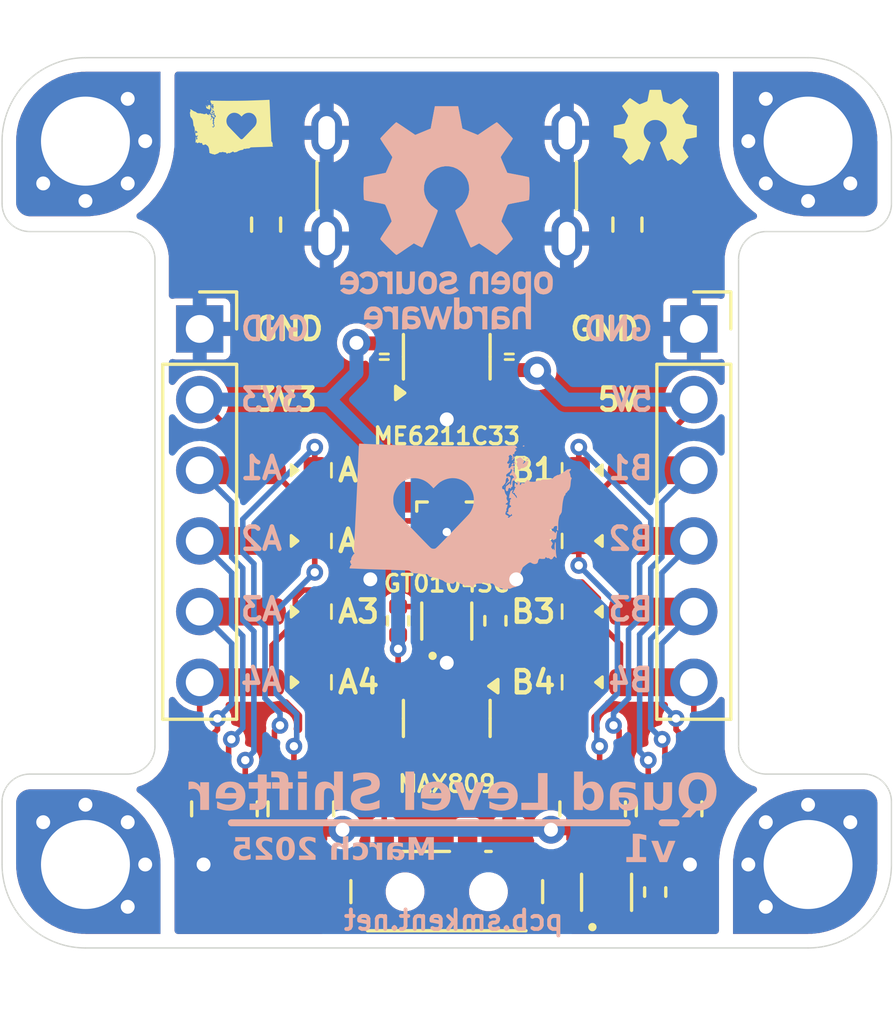
<source format=kicad_pcb>
(kicad_pcb (version 20240108) (generator "pcbnew") (generator_version "8.0")
  (layers (0 "F.Cu" signal) (31 "B.Cu" signal) (34 "B.Paste" user) (35 "F.Paste" user) (36 "B.SilkS" user "B.Silkscreen") (37 "F.SilkS" user "F.Silkscreen") (38 "B.Mask" user) (39 "F.Mask" user) (44 "Edge.Cuts" user))
  (net 0 "")
  (net 1 "+5V")
  (net 2 "GND")
  (net 3 "+3V3")
  (net 4 "/CC1")
  (net 5 "/CC2")
  (net 7 "OE")
  (net 8 "A3")
  (net 9 "A2")
  (net 10 "A1")
  (net 11 "A4")
  (net 12 "B2")
  (net 13 "B1")
  (net 14 "B4")
  (net 15 "B3")
  (net 16 "/~{RESET}")
  (net 17 "/A1_K_T")
  (net 18 "/A2_K_T")
  (net 19 "/A3_K_T")
  (net 20 "/A4_K_T")
  (net 21 "/B1_K_T")
  (net 22 "/B2_K_T")
  (net 23 "/B3_K_T")
  (net 24 "/B4_K_T")
  (net 25 "/LED_TOGGLE_GATE")
  (net 26 "LED_GND")
  (footprint "discrete:LED_0603_1608Metric" (layer "F.Cu") (at 41.5 34.83)
    (property "Reference" "LED5" (hide yes))
    (property "Value" "LED")
  )
  (footprint "package:SOT-523" (layer "F.Cu") (at 41.75 50 90)
    (property "Reference" "Q2" (hide yes))
    (property "Value" "G2N7002X")
  )
  (footprint "discrete:LED_0603_1608Metric" (layer "F.Cu") (at 30.5 39.91 180)
    (property "Reference" "LED3" (hide yes))
    (property "Value" "LED")
  )
  (footprint "discrete:C_0402_1005Metric" (layer "F.Cu") (at 33.75 30.75 -90)
    (property "Reference" "C2" (hide yes))
    (property "Value" "10u")
  )
  (footprint "discrete:R_Array_Convex_4x0402_HandSolder" (layer "F.Cu") (at 30.75 47 90)
    (property "Reference" "RN3" (hide yes))
    (property "Value" "5K1")
  )
  (footprint "discrete:C_0402_1005Metric" (layer "F.Cu") (at 38.25 30.75 90)
    (property "Reference" "C1" (hide yes))
    (property "Value" "10u")
  )
  (footprint "Resistor_SMD:R_0603_1608Metric" (layer "F.Cu") (at 29.5 26 -90)
    (property "Reference" "R1" (hide yes))
    (property "Value" "5K1")
  )
  (footprint "discrete:LED_0603_1608Metric" (layer "F.Cu") (at 41.5 39.91)
    (property "Reference" "LED7" (hide yes))
    (property "Value" "LED")
  )
  (footprint "Resistor_SMD:R_0402_1005Metric" (layer "F.Cu") (at 43.5 49.99 -90)
    (property "Reference" "R5" (hide yes))
    (property "Value" "100K")
  )
  (footprint "mechanical:MountingHole_3.2mm_M3_5.4mm_Pad_Via_corner_NW-curve" (layer "F.Cu") (at 23 49)
    (property "Reference" "REF**" (hide yes))
    (property "Value" "MountingHole_3.2mm_M3_5.4mm_Pad_Via_corner_NW-curve" (hide yes))
  )
  (footprint "discrete:R_Array_Convex_4x0402_HandSolder" (layer "F.Cu") (at 28 47 90)
    (property "Reference" "RN1" (hide yes))
    (property "Value" "100K")
  )
  (footprint "mechanical:MountingHole_3.2mm_M3_5.4mm_Pad_Via_corner_SW-curve" (layer "F.Cu") (at 49 49 90)
    (property "Reference" "REF**" (hide yes))
    (property "Value" "MountingHole_3.2mm_M3_5.4mm_Pad_Via_corner_SW-curve" (hide yes))
  )
  (footprint "Package_TO_SOT_SMD:SOT-23-5" (layer "F.Cu") (at 36 30.75 90)
    (property "Reference" "U1" (hide yes))
    (property "Value" "ME6211C33M5")
  )
  (footprint "graphics:oshw-logo-3mm" (layer "F.Cu") (at 43.5 22.5)
    (property "Reference" "G***" (hide yes))
    (property "Value" "LOGO" (hide yes))
  )
  (footprint "package:SOT-523" (layer "F.Cu") (at 36 40.25 90)
    (property "Reference" "Q1" (hide yes))
    (property "Value" "G2N7002X")
  )
  (footprint "discrete:R_Array_Convex_4x0402_HandSolder" (layer "F.Cu") (at 41.25 47 90)
    (property "Reference" "RN4" (hide yes))
    (property "Value" "5K1")
  )
  (footprint "Resistor_SMD:R_0402_1005Metric" (layer "F.Cu") (at 37.75 40.24 90)
    (property "Reference" "R4" (hide yes))
    (property "Value" "10K")
  )
  (footprint "Resistor_SMD:R_0603_1608Metric" (layer "F.Cu") (at 42.5 26 -90)
    (property "Reference" "R2" (hide yes))
    (property "Value" "5K1")
  )
  (footprint "discrete:LED_0603_1608Metric" (layer "F.Cu") (at 30.5 37.37 180)
    (property "Reference" "LED2" (hide yes))
    (property "Value" "LED")
  )
  (footprint "mechanical:MountingHole_3.2mm_M3_5.4mm_Pad_Via_corner_NW-curve" (layer "F.Cu") (at 49 23 180)
    (property "Reference" "REF**" (hide yes))
    (property "Value" "MountingHole_3.2mm_M3_5.4mm_Pad_Via_corner_NW-curve" (hide yes))
  )
  (footprint "discrete:LED_0603_1608Metric" (layer "F.Cu") (at 30.5 42.45 180)
    (property "Reference" "LED4" (hide yes))
    (property "Value" "LED")
  )
  (footprint "electromechanical:SW_SPDT_PCM12" (layer "F.Cu") (at 36 49.65)
    (property "Reference" "SW1" (hide yes))
    (property "Value" "SW_SPDT_MountingPin")
  )
  (footprint "package:QFN-12-1EP_2x2mm_P0.4mm_EP1.1x1.1mm" (layer "F.Cu") (at 36 37.05)
    (property "Reference" "U2" (hide yes))
    (property "Value" "GT0104SC")
  )
  (footprint "Resistor_SMD:R_0402_1005Metric" (layer "F.Cu") (at 34.25 40.24 90)
    (property "Reference" "R3" (hide yes))
    (property "Value" "10K")
  )
  (footprint "graphics:wa-state-heart-3mm" (layer "F.Cu") (at 28.25 22.5)
    (property "Reference" "G***" (hide yes))
    (property "Value" "LOGO" (hide yes))
  )
  (footprint "discrete:LED_0603_1608Metric" (layer "F.Cu") (at 41.5 37.37)
    (property "Reference" "LED6" (hide yes))
    (property "Value" "LED")
  )
  (footprint "Package_TO_SOT_SMD:SOT-23" (layer "F.Cu") (at 36 43.75 -90)
    (property "Reference" "U3" (hide yes))
    (property "Value" "MAX809C263NR")
  )
  (footprint "Connector_PinSocket_2.54mm:PinSocket_1x06_P2.54mm_Vertical" (layer "F.Cu") (at 44.89 29.75)
    (property "Reference" "J3" (hide yes))
    (property "Value" "Pin socket")
  )
  (footprint "discrete:R_Array_Convex_4x0402_HandSolder" (layer "F.Cu") (at 44 47 90)
    (property "Reference" "RN2" (hide yes))
    (property "Value" "100K")
  )
  (footprint "discrete:LED_0603_1608Metric" (layer "F.Cu") (at 41.5 42.45)
    (property "Reference" "LED8" (hide yes))
    (property "Value" "LED")
  )
  (footprint "mechanical:MountingHole_3.2mm_M3_5.4mm_Pad_Via_corner_SW-curve" (layer "F.Cu") (at 23 23 -90)
    (property "Reference" "REF**" (hide yes))
    (property "Value" "MountingHole_3.2mm_M3_5.4mm_Pad_Via_corner_SW-curve" (hide yes))
  )
  (footprint "discrete:LED_0603_1608Metric" (layer "F.Cu") (at 30.5 34.83 180)
    (property "Reference" "LED1" (hide yes))
    (property "Value" "LED")
  )
  (footprint "Connector_PinSocket_2.54mm:PinSocket_1x06_P2.54mm_Vertical" (layer "F.Cu") (at 27.11 29.75)
    (property "Reference" "J2" (hide yes))
    (property "Value" "Pin socket")
  )
  (footprint "connector:USB_C_Receptacle_GCT_USB4125-xx-x_6P_TopMnt_Horizontal_HandSolder" (layer "F.Cu") (at 36 23.5 180)
    (property "Reference" "J1" (hide yes))
    (property "Value" "USB_C_Receptacle_PowerOnly_6P")
  )
  (footprint "Symbol:OSHW-Logo_7.5x8mm_SilkScreen" (layer "B.Cu") (at 36 25.75 180)
    (property "Reference" "REF**" (hide yes))
    (property "Value" "OSHW-Logo_7.5x8mm_SilkScreen" (hide yes))
  )
  (footprint "graphics:wa-state-heart-8mm" (layer "B.Cu") (at 36.5 36.5 180)
    (property "Reference" "G***" (hide yes))
    (property "Value" "LOGO" (hide yes))
  )
  (gr_line (start 43.75 47.5) (end 44.25 47.5) (stroke (width 0.25)) (layer "B.SilkS"))
  (gr_line (start 42.5 47.5) (end 28.25 47.5) (stroke (width 0.25)) (layer "B.SilkS"))
  (gr_line (start 51 26.25) (end 47.5 26.25) (stroke (width 0.05)) (layer "Edge.Cuts"))
  (gr_line (start 52 23) (end 52 25.25) (stroke (width 0.05)) (layer "Edge.Cuts"))
  (gr_line (start 23 20) (end 49 20) (stroke (width 0.05)) (layer "Edge.Cuts"))
  (gr_arc (start 51 45.75) (mid 51.707107 46.042893) (end 52 46.75) (stroke (width 0.05)) (layer "Edge.Cuts"))
  (gr_arc (start 20 23) (mid 20.87868 20.87868) (end 23 20) (stroke (width 0.05)) (layer "Edge.Cuts"))
  (gr_arc (start 52 25.25) (mid 51.707107 25.957107) (end 51 26.25) (stroke (width 0.05)) (layer "Edge.Cuts"))
  (gr_arc (start 20 46.75) (mid 20.292893 46.042893) (end 21 45.75) (stroke (width 0.05)) (layer "Edge.Cuts"))
  (gr_line (start 20 49) (end 20 46.75) (stroke (width 0.05)) (layer "Edge.Cuts"))
  (gr_arc (start 23 52) (mid 20.87868 51.12132) (end 20 49) (stroke (width 0.05)) (layer "Edge.Cuts"))
  (gr_arc (start 52 49) (mid 51.12132 51.12132) (end 49 52) (stroke (width 0.05)) (layer "Edge.Cuts"))
  (gr_line (start 20 23) (end 20 25.25) (stroke (width 0.05)) (layer "Edge.Cuts"))
  (gr_arc (start 21 26.25) (mid 20.292893 25.957107) (end 20 25.25) (stroke (width 0.05)) (layer "Edge.Cuts"))
  (gr_line (start 21 45.75) (end 24.5 45.75) (stroke (width 0.05)) (layer "Edge.Cuts"))
  (gr_arc (start 46.5 27.25) (mid 46.792893 26.542893) (end 47.5 26.25) (stroke (width 0.05)) (layer "Edge.Cuts"))
  (gr_line (start 46.5 27.25) (end 46.5 44.75) (stroke (width 0.05)) (layer "Edge.Cuts"))
  (gr_line (start 25.5 44.75) (end 25.5 27.25) (stroke (width 0.05)) (layer "Edge.Cuts"))
  (gr_arc (start 24.5 26.25) (mid 25.207107 26.542893) (end 25.5 27.25) (stroke (width 0.05)) (layer "Edge.Cuts"))
  (gr_line (start 24.5 26.25) (end 21 26.25) (stroke (width 0.05)) (layer "Edge.Cuts"))
  (gr_arc (start 47.5 45.75) (mid 46.792893 45.457107) (end 46.5 44.75) (stroke (width 0.05)) (layer "Edge.Cuts"))
  (gr_arc (start 49 20) (mid 51.12132 20.87868) (end 52 23) (stroke (width 0.05)) (layer "Edge.Cuts"))
  (gr_line (start 47.5 45.75) (end 51 45.75) (stroke (width 0.05)) (layer "Edge.Cuts"))
  (gr_line (start 52 49) (end 52 46.75) (stroke (width 0.05)) (layer "Edge.Cuts"))
  (gr_arc (start 25.5 44.75) (mid 25.207107 45.457107) (end 24.5 45.75) (stroke (width 0.05)) (layer "Edge.Cuts"))
  (gr_line (start 49 52) (end 23 52) (stroke (width 0.05)) (layer "Edge.Cuts"))
  (gr_text "B3" (at 43.5 39.83 0) (layer "B.SilkS") (effects (font (size 0.8 0.8) (thickness 0.16) (bold yes)) (justify left mirror)))
  (gr_text "B2" (at 43.5 37.29 0) (layer "B.SilkS") (effects (font (size 0.8 0.8) (thickness 0.16) (bold yes)) (justify left mirror)))
  (gr_text "3V3" (at 28.5 32.29 0) (layer "B.SilkS") (effects (font (size 0.8 0.8) (thickness 0.16) (bold yes)) (justify right mirror)))
  (gr_text "B1" (at 43.5 34.75 0) (layer "B.SilkS") (effects (font (size 0.8 0.8) (thickness 0.16) (bold yes)) (justify left mirror)))
  (gr_text "Quad Level Shifter" (at 36.25 46.5 -0) (layer "B.SilkS") (effects (font (size 1.3 1.3) (thickness 0.325) (bold yes)) (justify mirror)))
  (gr_text "A2" (at 28.5 37.29 0) (layer "B.SilkS") (effects (font (size 0.8 0.8) (thickness 0.16) (bold yes)) (justify right mirror)))
  (gr_text "B4" (at 43.5 42.37 0) (layer "B.SilkS") (effects (font (size 0.8 0.8) (thickness 0.16) (bold yes)) (justify left mirror)))
  (gr_text "v1" (at 44.25 48.5 0) (layer "B.SilkS") (effects (font (size 1 1) (thickness 0.24) (bold yes)) (justify left mirror)))
  (gr_text "A4" (at 28.5 42.37 0) (layer "B.SilkS") (effects (font (size 0.8 0.8) (thickness 0.16) (bold yes)) (justify right mirror)))
  (gr_text "pcb.smkent.net" (at 36.25 51 0) (layer "B.SilkS") (effects (font (size 0.7 0.7) (thickness 0.14) (bold yes)) (justify mirror)))
  (gr_text "A3" (at 28.5 39.83 0) (layer "B.SilkS") (effects (font (size 0.8 0.8) (thickness 0.16) (bold yes)) (justify right mirror)))
  (gr_text "5V" (at 43.5 32.29 0) (layer "B.SilkS") (effects (font (size 0.8 0.8) (thickness 0.16) (bold yes)) (justify left mirror)))
  (gr_text "GND" (at 28.5 29.75 0) (layer "B.SilkS") (effects (font (size 0.8 0.8) (thickness 0.16) (bold yes)) (justify right mirror)))
  (gr_text "GND" (at 43.5 29.75 0) (layer "B.SilkS") (effects (font (size 0.8 0.8) (thickness 0.16) (bold yes)) (justify left mirror)))
  (gr_text "A1" (at 28.5 34.75 0) (layer "B.SilkS") (effects (font (size 0.8 0.8) (thickness 0.16) (bold yes)) (justify right mirror)))
  (gr_text "March 2025" (at 28.25 48.5 0) (layer "B.SilkS") (effects (font (size 0.8 0.8) (thickness 0.2) (bold yes)) (justify right mirror)))
  (gr_text "A3" (at 32 39.91 0) (layer "F.SilkS") (effects (font (size 0.8 0.8) (thickness 0.16) (bold yes)) (justify left)))
  (gr_text "B2" (at 40 37.37 0) (layer "F.SilkS") (effects (font (size 0.8 0.8) (thickness 0.16) (bold yes)) (justify right)))
  (gr_text "GND" (at 29 29.75 0) (layer "F.SilkS") (effects (font (size 0.8 0.8) (thickness 0.16) (bold yes)) (justify left)))
  (gr_text "B4" (at 40 42.45 0) (layer "F.SilkS") (effects (font (size 0.8 0.8) (thickness 0.16) (bold yes)) (justify right)))
  (gr_text "A4" (at 32 42.45 0) (layer "F.SilkS") (effects (font (size 0.8 0.8) (thickness 0.16) (bold yes)) (justify left)))
  (gr_text "5V" (at 43 32.29 0) (layer "F.SilkS") (effects (font (size 0.8 0.8) (thickness 0.16) (bold yes)) (justify right)))
  (gr_text "A2" (at 32 37.37 0) (layer "F.SilkS") (effects (font (size 0.8 0.8) (thickness 0.16) (bold yes)) (justify left)))
  (gr_text "A1" (at 32 34.83 0) (layer "F.SilkS") (effects (font (size 0.8 0.8) (thickness 0.16) (bold yes)) (justify left)))
  (gr_text "GT0104SC" (at 36 38.55 0) (layer "F.SilkS") (effects (font (size 0.6 0.6) (thickness 0.12) (bold yes)) (justify top)))
  (gr_text "MAX809" (at 36 45.75 0) (layer "F.SilkS") (effects (font (size 0.6 0.6) (thickness 0.12) (bold yes)) (justify top)))
  (gr_text "3V3" (at 29 32.29 0) (layer "F.SilkS") (effects (font (size 0.8 0.8) (thickness 0.16) (bold yes)) (justify left)))
  (gr_text "B1" (at 40 34.83 0) (layer "F.SilkS") (effects (font (size 0.8 0.8) (thickness 0.16) (bold yes)) (justify right)))
  (gr_text "B3" (at 40 39.91 0) (layer "F.SilkS") (effects (font (size 0.8 0.8) (thickness 0.16) (bold yes)) (justify right)))
  (gr_text "ME6211C33" (at 36 33.25 0) (layer "F.SilkS") (effects (font (size 0.6 0.6) (thickness 0.12) (bold yes)) (justify top)))
  (gr_text "GND" (at 43 29.75 0) (layer "F.SilkS") (effects (font (size 0.8 0.8) (thickness 0.16) (bold yes)) (justify right)))
  (segment (start 44.89 32.61) (end 44.89 32.29) (width 0.2) (layer "F.Cu") (net 1))
  (segment (start 36 35) (end 36 34.684314) (width 0.2) (layer "F.Cu") (net 1))
  (segment (start 41.598529 34) (end 43.5 34) (width 0.2) (layer "F.Cu") (net 1))
  (segment (start 39.23 31.23) (end 39.25 31.25) (width 0.5) (layer "F.Cu") (net 1))
  (segment (start 39.975 33.926471) (end 40.501471 33.4) (width 0.2) (layer "F.Cu") (net 1))
  (segment (start 36.25 35.25) (end 36.501942 35.25) (width 0.2) (layer "F.Cu") (net 1))
  (segment (start 39.226122 35.85) (end 39.975 35.101122) (width 0.2) (layer "F.Cu") (net 1))
  (segment (start 35.05 33.734314) (end 35.05 31.8875) (width 0.2) (layer "F.Cu") (net 1))
  (segment (start 36.501942 35.25) (end 37.101942 35.85) (width 0.2) (layer "F.Cu") (net 1))
  (segment (start 36.25 35.25) (end 36 35) (width 0.2) (layer "F.Cu") (net 1))
  (segment (start 38.25 31.23) (end 39.23 31.23) (width 0.5) (layer "F.Cu") (net 1))
  (segment (start 40.998529 33.4) (end 41.598529 34) (width 0.2) (layer "F.Cu") (net 1))
  (segment (start 36 35.25) (end 36.25 35.25) (width 0.2) (layer "F.Cu") (net 1))
  (segment (start 43.5 34) (end 44.89 32.61) (width 0.2) (layer "F.Cu") (net 1))
  (segment (start 36 35.95) (end 36 35.5) (width 0.2) (layer "F.Cu") (net 1))
  (segment (start 36 35.25) (end 36 35) (width 0.2) (layer "F.Cu") (net 1))
  (segment (start 40.501471 33.4) (end 40.998529 33.4) (width 0.2) (layer "F.Cu") (net 1))
  (segment (start 39.975 35.101122) (end 39.975 33.926471) (width 0.2) (layer "F.Cu") (net 1))
  (segment (start 36.25 35.25) (end 36 35.5) (width 0.2) (layer "F.Cu") (net 1))
  (segment (start 37.101942 35.85) (end 39.226122 35.85) (width 0.2) (layer "F.Cu") (net 1))
  (segment (start 36 35.5) (end 36 35.25) (width 0.2) (layer "F.Cu") (net 1))
  (segment (start 36 34.684314) (end 35.05 33.734314) (width 0.2) (layer "F.Cu") (net 1))
  (via (at 39.25 31.25) (size 1) (drill 0.5) (layers "F.Cu" "B.Cu") (net 1))
  (segment (start 40.29 32.29) (end 44.89 32.29) (width 0.5) (layer "B.Cu") (net 1))
  (segment (start 39.25 31.25) (end 40.29 32.29) (width 0.5) (layer "B.Cu") (net 1))
  (segment (start 38.25 48.22) (end 39 48.22) (width 0.2) (layer "F.Cu") (net 2))
  (segment (start 39 48.22) (end 39.65 48.87) (width 0.2) (layer "F.Cu") (net 2))
  (segment (start 36 38.15) (end 36 39) (width 0.2) (layer "F.Cu") (net 2))
  (segment (start 36 37.05) (end 37.7 38.75) (width 0.2) (layer "F.Cu") (net 2))
  (segment (start 36 38.15) (end 36 37.05) (width 0.2) (layer "F.Cu") (net 2))
  (via (at 38.5 38.75) (size 1) (drill 0.5) (layers "F.Cu" "B.Cu") (net 2))
  (via (at 33.25 38.75) (size 1) (drill 0.5) (layers "F.Cu" "B.Cu") (net 2))
  (via (at 36 33) (size 1) (drill 0.5) (layers "F.Cu" "B.Cu") (net 2))
  (via (at 27.25 49) (size 1) (drill 0.5) (layers "F.Cu" "B.Cu") (net 2))
  (via (at 36 37.05) (size 0.6) (drill 0.3) (layers "F.Cu" "B.Cu") (net 2))
  (via (at 44.75 49) (size 1) (drill 0.5) (layers "F.Cu" "B.Cu") (net 2))
  (via (at 36 41.75) (size 1) (drill 0.5) (layers "F.Cu" "B.Cu") (net 2))
  (segment (start 31.498529 33.4) (end 31.001471 33.4) (width 0.2) (layer "F.Cu") (net 3))
  (segment (start 35.29636 36.25) (end 33.352058 36.25) (width 0.2) (layer "F.Cu") (net 3))
  (segment (start 34.36 30.88) (end 33.75 30.27) (width 0.2) (layer "F.Cu") (net 3))
  (segment (start 33.352058 36.25) (end 32.025 34.922942) (width 0.2) (layer "F.Cu") (net 3))
  (segment (start 33.75 46.484448) (end 35.546948 44.6875) (width 0.2) (layer "F.Cu") (net 3))
  (segment (start 36 44.6875) (end 35.546948 44.6875) (width 0.2) (layer "F.Cu") (net 3))
  (segment (start 35.6 34.85) (end 34.36 33.61) (width 0.2) (layer "F.Cu") (net 3))
  (segment (start 34.36 33.61) (end 34.36 30.88) (width 0.2) (layer "F.Cu") (net 3))
  (segment (start 34.25 43.390552) (end 34.25 41.25) (width 0.2) (layer "F.Cu") (net 3))
  (segment (start 33.75 48.22) (end 33.75 46.484448) (width 0.2) (layer "F.Cu") (net 3))
  (segment (start 32.025 34.922942) (end 32.025 33.926471) (width 0.2) (layer "F.Cu") (net 3))
  (segment (start 34.25 40.75) (end 34.25 41.25) (width 0.2) (layer "F.Cu") (net 3))
  (segment (start 35.6 35.95) (end 35.6 34.85) (width 0.2) (layer "F.Cu") (net 3))
  (segment (start 32.77 30.27) (end 32.75 30.25) (width 0.5) (layer "F.Cu") (net 3))
  (segment (start 35.29818 36.25182) (end 35.29636 36.25) (width 0.2) (layer "F.Cu") (net 3))
  (segment (start 28.82 34) (end 27.11 32.29) (width 0.2) (layer "F.Cu") (net 3))
  (segment (start 31.001471 33.4) (end 30.401471 34) (width 0.2) (layer "F.Cu") (net 3))
  (segment (start 35.546948 44.6875) (end 34.25 43.390552) (width 0.2) (layer "F.Cu") (net 3))
  (segment (start 32.025 33.926471) (end 31.498529 33.4) (width 0.2) (layer "F.Cu") (net 3))
  (segment (start 33.75 30.27) (end 32.77 30.27) (width 0.5) (layer "F.Cu") (net 3))
  (segment (start 30.401471 34) (end 28.82 34) (width 0.2) (layer "F.Cu") (net 3))
  (segment (start 35.6 35.95) (end 35.29818 36.25182) (width 0.2) (layer "F.Cu") (net 3))
  (via (at 32.75 30.25) (size 1) (drill 0.5) (layers "F.Cu" "B.Cu") (net 3))
  (via (at 34.25 41.25) (size 0.6) (drill 0.3) (layers "F.Cu" "B.Cu") (net 3))
  (segment (start 30.71 32.29) (end 31.79 32.29) (width 0.5) (layer "B.Cu") (net 3))
  (segment (start 32.75 30.25) (end 32.75 31.33) (width 0.5) (layer "B.Cu") (net 3))
  (segment (start 31.79 32.29) (end 34.25 34.75) (width 0.5) (layer "B.Cu") (net 3))
  (segment (start 32.75 31.33) (end 31.79 32.29) (width 0.5) (layer "B.Cu") (net 3))
  (segment (start 34.25 34.75) (end 34.25 41.25) (width 0.5) (layer "B.Cu") (net 3))
  (segment (start 30.71 32.29) (end 27.11 32.29) (width 0.5) (layer "B.Cu") (net 3))
  (segment (start 36.5 26.78) (end 36.5 25.98) (width 0.2) (layer "F.Cu") (net 4))
  (segment (start 36.5 25.98) (end 37.305 25.175) (width 0.2) (layer "F.Cu") (net 4))
  (segment (start 37.305 25.175) (end 42.5 25.175) (width 0.2) (layer "F.Cu") (net 4))
  (segment (start 35.5 25.98) (end 35.5 26.78) (width 0.2) (layer "F.Cu") (net 5))
  (segment (start 29.5 25.175) (end 34.695 25.175) (width 0.2) (layer "F.Cu") (net 5))
  (segment (start 34.695 25.175) (end 35.5 25.98) (width 0.2) (layer "F.Cu") (net 5))
  (segment (start 34.25 39.73) (end 35.875 39.73) (width 0.2) (layer "F.Cu") (net 7))
  (segment (start 36.4 39.205) (end 36 39.605) (width 0.2) (layer "F.Cu") (net 7))
  (segment (start 36.4 38.15) (end 36.4 39.205) (width 0.2) (layer "F.Cu") (net 7))
  (segment (start 35.875 39.73) (end 36 39.605) (width 0.2) (layer "F.Cu") (net 7))
  (segment (start 30.532843 38.467157) (end 30.532843 36.909971) (width 0.2) (layer "F.Cu") (net 8))
  (segment (start 30.532843 36.909971) (end 30.942814 36.5) (width 0.2) (layer "F.Cu") (net 8))
  (segment (start 27.75 43.75) (end 27.75 44.151471) (width 0.2) (layer "F.Cu") (net 8))
  (segment (start 27.11 39.91) (end 29.7125 39.91) (width 1) (layer "F.Cu") (net 8))
  (segment (start 31.905 36.5) (end 32.855 37.45) (width 0.2) (layer "F.Cu") (net 8))
  (segment (start 29.7125 39.2875) (end 30.532843 38.467157) (width 0.2) (layer "F.Cu") (net 8))
  (segment (start 27.75 44.848529) (end 27.75 46.3) (width 0.2) (layer "F.Cu") (net 8))
  (segment (start 30.942814 36.5) (end 31.905 36.5) (width 0.2) (layer "F.Cu") (net 8))
  (segment (start 32.855 37.45) (end 34.9 37.45) (width 0.2) (layer "F.Cu") (net 8))
  (segment (start 29.7125 39.91) (end 29.7125 39.2875) (width 0.2) (layer "F.Cu") (net 8))
  (segment (start 27.75 44.151471) (end 27.65 44.251471) (width 0.2) (layer "F.Cu") (net 8))
  (segment (start 27.65 44.251471) (end 27.65 44.748529) (width 0.2) (layer "F.Cu") (net 8))
  (segment (start 27.65 44.748529) (end 27.75 44.848529) (width 0.2) (layer "F.Cu") (net 8))
  (via (at 27.75 43.75) (size 0.6) (drill 0.3) (layers "F.Cu" "B.Cu") (net 8))
  (segment (start 28.26 43.24) (end 28.26 41.06) (width 0.2) (layer "B.Cu") (net 8))
  (segment (start 28.26 41.06) (end 27.11 39.91) (width 0.2) (layer "B.Cu") (net 8))
  (segment (start 27.75 43.75) (end 28.26 43.24) (width 0.2) (layer "B.Cu") (net 8))
  (segment (start 29.7125 37.37) (end 29.7125 36.7875) (width 0.2) (layer "F.Cu") (net 9))
  (segment (start 33.020686 37.05) (end 34.9 37.05) (width 0.2) (layer "F.Cu") (net 9))
  (segment (start 28.15 45.498529) (end 28.15 44.6) (width 0.2) (layer "F.Cu") (net 9))
  (segment (start 28.15 44.6) (end 28.25 44.5) (width 0.2) (layer "F.Cu") (net 9))
  (segment (start 28.25 45.598529) (end 28.15 45.498529) (width 0.2) (layer "F.Cu") (net 9))
  (segment (start 30.495 36.005) (end 31.975686 36.005) (width 0.2) (layer "F.Cu") (net 9))
  (segment (start 28.25 46.3) (end 28.25 45.598529) (width 0.2) (layer "F.Cu") (net 9))
  (segment (start 29.7125 36.7875) (end 30.495 36.005) (width 0.2) (layer "F.Cu") (net 9))
  (segment (start 27.11 37.37) (end 29.7125 37.37) (width 1) (layer "F.Cu") (net 9))
  (segment (start 31.975686 36.005) (end 33.020686 37.05) (width 0.2) (layer "F.Cu") (net 9))
  (via (at 28.25 44.5) (size 0.6) (drill 0.3) (layers "F.Cu" "B.Cu") (net 9))
  (segment (start 28.25 44.5) (end 28.66 44.09) (width 0.2) (layer "B.Cu") (net 9))
  (segment (start 28.26 40.386346) (end 28.26 38.52) (width 0.2) (layer "B.Cu") (net 9))
  (segment (start 28.66 40.786346) (end 28.26 40.386346) (width 0.2) (layer "B.Cu") (net 9))
  (segment (start 28.66 44.09) (end 28.66 40.786346) (width 0.2) (layer "B.Cu") (net 9))
  (segment (start 28.26 38.52) (end 27.11 37.37) (width 0.2) (layer "B.Cu") (net 9))
  (segment (start 34.9 36.65) (end 33.186372 36.65) (width 0.2) (layer "F.Cu") (net 10))
  (segment (start 33.186372 36.65) (end 32.141372 35.605) (width 0.2) (layer "F.Cu") (net 10))
  (segment (start 32.141372 35.605) (end 30.4875 35.605) (width 0.2) (layer "F.Cu") (net 10))
  (segment (start 30.4875 35.605) (end 29.7125 34.83) (width 0.2) (layer "F.Cu") (net 10))
  (segment (start 28.75 45.25) (end 28.75 46.3) (width 0.2) (layer "F.Cu") (net 10))
  (segment (start 27.11 34.83) (end 29.7125 34.83) (width 1) (layer "F.Cu") (net 10))
  (via (at 28.75 45.25) (size 0.6) (drill 0.3) (layers "F.Cu" "B.Cu") (net 10))
  (segment (start 28.66 38.354314) (end 28.26 37.954314) (width 0.2) (layer "B.Cu") (net 10))
  (segment (start 29.06 40.62066) (end 28.66 40.22066) (width 0.2) (layer "B.Cu") (net 10))
  (segment (start 28.66 40.22066) (end 28.66 38.354314) (width 0.2) (layer "B.Cu") (net 10))
  (segment (start 28.26 35.98) (end 27.11 34.83) (width 0.2) (layer "B.Cu") (net 10))
  (segment (start 28.75 45.25) (end 29.06 44.94) (width 0.2) (layer "B.Cu") (net 10))
  (segment (start 29.06 44.94) (end 29.06 40.62066) (width 0.2) (layer "B.Cu") (net 10))
  (segment (start 28.26 37.954314) (end 28.26 35.98) (width 0.2) (layer "B.Cu") (net 10))
  (segment (start 31.463529 39.135) (end 31.85 38.748529) (width 0.2) (layer "F.Cu") (net 11))
  (segment (start 29.7125 42.45) (end 29.7125 41.124686) (width 0.2) (layer "F.Cu") (net 11))
  (segment (start 30.55 39.432814) (end 30.847814 39.135) (width 0.2) (layer "F.Cu") (net 11))
  (segment (start 27.25 46.3) (end 27.11 46.16) (width 0.2) (layer "F.Cu") (net 11))
  (segment (start 27.11 42.45) (end 29.7125 42.45) (width 1) (layer "F.Cu") (net 11))
  (segment (start 27.11 46.16) (end 27.11 42.45) (width 0.2) (layer "F.Cu") (net 11))
  (segment (start 31.85 38.4) (end 32.35 37.9) (width 0.2) (layer "F.Cu") (net 11))
  (segment (start 30.847814 39.135) (end 31.463529 39.135) (width 0.2) (layer "F.Cu") (net 11))
  (segment (start 29.7125 41.124686) (end 30.55 40.287186) (width 0.2) (layer "F.Cu") (net 11))
  (segment (start 30.55 40.287186) (end 30.55 39.432814) (width 0.2) (layer "F.Cu") (net 11))
  (segment (start 32.35 37.9) (end 35.35 37.9) (width 0.2) (layer "F.Cu") (net 11))
  (segment (start 31.85 38.748529) (end 31.85 38.4) (width 0.2) (layer "F.Cu") (net 11))
  (segment (start 35.35 37.9) (end 35.6 38.15) (width 0.2) (layer "F.Cu") (net 11))
  (segment (start 44.89 37.37) (end 42.2875 37.37) (width 1) (layer "F.Cu") (net 12))
  (segment (start 43.85 44.6) (end 43.85 45.498529) (width 0.2) (layer "F.Cu") (net 12))
  (segment (start 43.75 45.598529) (end 43.75 46.3) (width 0.2) (layer "F.Cu") (net 12))
  (segment (start 39.557494 36.65) (end 37.1 36.65) (width 0.2) (layer "F.Cu") (net 12))
  (segment (start 42.2875 37.37) (end 42.2875 37.164629) (width 0.2) (layer "F.Cu") (net 12))
  (segment (start 42.2875 37.164629) (end 41.317871 36.195) (width 0.2) (layer "F.Cu") (net 12))
  (segment (start 43.75 44.5) (end 43.85 44.6) (width 0.2) (layer "F.Cu") (net 12))
  (segment (start 41.317871 36.195) (end 40.012494 36.195) (width 0.2) (layer "F.Cu") (net 12))
  (segment (start 43.85 45.498529) (end 43.75 45.598529) (width 0.2) (layer "F.Cu") (net 12))
  (segment (start 40.012494 36.195) (end 39.557494 36.65) (width 0.2) (layer "F.Cu") (net 12))
  (via (at 43.75 44.5) (size 0.6) (drill 0.3) (layers "F.Cu" "B.Cu") (net 12))
  (segment (start 43.74 40.494314) (end 43.34 40.894314) (width 0.2) (layer "B.Cu") (net 12))
  (segment (start 44.89 37.37) (end 43.74 38.52) (width 0.2) (layer "B.Cu") (net 12))
  (segment (start 43.34 40.894314) (end 43.34 44.09) (width 0.2) (layer "B.Cu") (net 12))
  (segment (start 43.34 44.09) (end 43.75 44.5) (width 0.2) (layer "B.Cu") (net 12))
  (segment (start 43.74 38.52) (end 43.74 40.494314) (width 0.2) (layer "B.Cu") (net 12))
  (segment (start 42.2875 34.83) (end 41.3225 35.795) (width 0.2) (layer "F.Cu") (net 13))
  (segment (start 36.936256 36.25) (end 36.636256 35.95) (width 0.2) (layer "F.Cu") (net 13))
  (segment (start 39.391808 36.25) (end 36.936256 36.25) (width 0.2) (layer "F.Cu") (net 13))
  (segment (start 44.89 34.83) (end 42.2875 34.83) (width 1) (layer "F.Cu") (net 13))
  (segment (start 43.25 45.25) (end 43.25 46.3) (width 0.2) (layer "F.Cu") (net 13))
  (segment (start 39.846808 35.795) (end 39.391808 36.25) (width 0.2) (layer "F.Cu") (net 13))
  (segment (start 41.3225 35.795) (end 39.846808 35.795) (width 0.2) (layer "F.Cu") (net 13))
  (segment (start 36.636256 35.95) (end 36.4 35.95) (width 0.2) (layer "F.Cu") (net 13))
  (via (at 43.25 45.25) (size 0.6) (drill 0.3) (layers "F.Cu" "B.Cu") (net 13))
  (segment (start 42.94 44.94) (end 43.25 45.25) (width 0.2) (layer "B.Cu") (net 13))
  (segment (start 42.94 40.728628) (end 42.94 44.94) (width 0.2) (layer "B.Cu") (net 13))
  (segment (start 44.89 34.83) (end 43.74 35.98) (width 0.2) (layer "B.Cu") (net 13))
  (segment (start 43.74 37.954314) (end 43.34 38.354314) (width 0.2) (layer "B.Cu") (net 13))
  (segment (start 43.34 40.328628) (end 42.94 40.728628) (width 0.2) (layer "B.Cu") (net 13))
  (segment (start 43.34 38.354314) (end 43.34 40.328628) (width 0.2) (layer "B.Cu") (net 13))
  (segment (start 43.74 35.98) (end 43.74 37.954314) (width 0.2) (layer "B.Cu") (net 13))
  (segment (start 40.867186 38.85) (end 40.35 38.85) (width 0.2) (layer "F.Cu") (net 14))
  (segment (start 44.75 46.3) (end 44.89 46.16) (width 0.2) (layer "F.Cu") (net 14))
  (segment (start 41.45 40.287186) (end 41.45 39.432814) (width 0.2) (layer "F.Cu") (net 14))
  (segment (start 44.89 46.16) (end 44.89 42.45) (width 0.2) (layer "F.Cu") (net 14))
  (segment (start 42.2875 42.45) (end 42.25 42.4125) (width 0.2) (layer "F.Cu") (net 14))
  (segment (start 42.25 41.087186) (end 41.45 40.287186) (width 0.2) (layer "F.Cu") (net 14))
  (segment (start 41.45 39.432814) (end 40.867186 38.85) (width 0.2) (layer "F.Cu") (net 14))
  (segment (start 44.89 42.45) (end 42.2875 42.45) (width 1) (layer "F.Cu") (net 14))
  (segment (start 38.95 37.45) (end 37.1 37.45) (width 0.2) (layer "F.Cu") (net 14))
  (segment (start 40.35 38.85) (end 38.95 37.45) (width 0.2) (layer "F.Cu") (net 14))
  (segment (start 42.25 42.4125) (end 42.25 41.087186) (width 0.2) (layer "F.Cu") (net 14))
  (segment (start 41.45 38.2) (end 41.45 36.892814) (width 0.2) (layer "F.Cu") (net 15))
  (segment (start 44.25 43.75) (end 44.25 44.151471) (width 0.2) (layer "F.Cu") (net 15))
  (segment (start 44.35 44.251471) (end 44.35 44.748529) (width 0.2) (layer "F.Cu") (net 15))
  (segment (start 41.45 36.892814) (end 41.152186 36.595) (width 0.2) (layer "F.Cu") (net 15))
  (segment (start 44.25 44.848529) (end 44.25 46.55) (width 0.2) (layer "F.Cu") (net 15))
  (segment (start 41.152186 36.595) (end 40.17818 36.595) (width 0.2) (layer "F.Cu") (net 15))
  (segment (start 39.72318 37.05) (end 37.1 37.05) (width 0.2) (layer "F.Cu") (net 15))
  (segment (start 44.35 44.748529) (end 44.25 44.848529) (width 0.2) (layer "F.Cu") (net 15))
  (segment (start 40.17818 36.595) (end 39.72318 37.05) (width 0.2) (layer "F.Cu") (net 15))
  (segment (start 44.89 39.91) (end 42.2875 39.91) (width 1) (layer "F.Cu") (net 15))
  (segment (start 42.2875 39.0375) (end 41.45 38.2) (width 0.2) (layer "F.Cu") (net 15))
  (segment (start 42.2875 39.91) (end 42.2875 39.0375) (width 0.2) (layer "F.Cu") (net 15))
  (segment (start 44.25 44.151471) (end 44.35 44.251471) (width 0.2) (layer "F.Cu") (net 15))
  (via (at 44.25 43.75) (size 0.6) (drill 0.3) (layers "F.Cu" "B.Cu") (net 15))
  (segment (start 43.74 43.24) (end 43.74 41.06) (width 0.2) (layer "B.Cu") (net 15))
  (segment (start 43.74 41.06) (end 44.89 39.91) (width 0.2) (layer "B.Cu") (net 15))
  (segment (start 44.25 43.75) (end 43.74 43.24) (width 0.2) (layer "B.Cu") (net 15))
  (segment (start 36.055 40.34) (end 37.34 40.34) (width 0.2) (layer "F.Cu") (net 16))
  (segment (start 35.05 41.345) (end 35.5 40.895) (width 0.2) (layer "F.Cu") (net 16))
  (segment (start 37.34 40.34) (end 37.75 40.75) (width 0.2) (layer "F.Cu") (net 16))
  (segment (start 35.05 42.8125) (end 35.05 41.345) (width 0.2) (layer "F.Cu") (net 16))
  (segment (start 35.5 40.895) (end 36.055 40.34) (width 0.2) (layer "F.Cu") (net 16))
  (segment (start 30 44) (end 29.8 44.2) (width 0.2) (layer "F.Cu") (net 17))
  (segment (start 31.25 34) (end 31.25 34.7925) (width 0.2) (layer "F.Cu") (net 17))
  (segment (start 29.8 46.1) (end 30 46.3) (width 0.2) (layer "F.Cu") (net 17))
  (segment (start 31.25 34.7925) (end 31.2875 34.83) (width 0.2) (layer "F.Cu") (net 17))
  (segment (start 29.8 44.2) (end 29.8 46.1) (width 0.2) (layer "F.Cu") (net 17))
  (via (at 31.25 34) (size 0.6) (drill 0.3) (layers "F.Cu" "B.Cu") (net 17))
  (via (at 30 44) (size 0.6) (drill 0.3) (layers "F.Cu" "B.Cu") (net 17))
  (segment (start 29.46 43.025686) (end 29.46 40.454975) (width 0.2) (layer "B.Cu") (net 17))
  (segment (start 30 43.565686) (end 29.46 43.025686) (width 0.2) (layer "B.Cu") (net 17))
  (segment (start 29.06 38.188628) (end 28.66 37.788628) (width 0.2) (layer "B.Cu") (net 17))
  (segment (start 30 44) (end 30 43.565686) (width 0.2) (layer "B.Cu") (net 17))
  (segment (start 28.66 36.59) (end 31.25 34) (width 0.2) (layer "B.Cu") (net 17))
  (segment (start 29.46 40.454975) (end 29.06 40.054975) (width 0.2) (layer "B.Cu") (net 17))
  (segment (start 29.06 40.054975) (end 29.06 38.188628) (width 0.2) (layer "B.Cu") (net 17))
  (segment (start 28.66 37.788628) (end 28.66 36.59) (width 0.2) (layer "B.Cu") (net 17))
  (segment (start 31.25 38.5) (end 31.25 37.4075) (width 0.2) (layer "F.Cu") (net 18))
  (segment (start 30.5 46.3) (end 30.5 44.75) (width 0.2) (layer "F.Cu") (net 18))
  (segment (start 31.25 37.4075) (end 31.2875 37.37) (width 0.2) (layer "F.Cu") (net 18))
  (via (at 30.5 44.75) (size 0.6) (drill 0.3) (layers "F.Cu" "B.Cu") (net 18))
  (via (at 31.25 38.5) (size 0.6) (drill 0.3) (layers "F.Cu" "B.Cu") (net 18))
  (segment (start 30.6 44.65) (end 30.6 43.6) (width 0.2) (layer "B.Cu") (net 18))
  (segment (start 29.86 39.89) (end 31.25 38.5) (width 0.2) (layer "B.Cu") (net 18))
  (segment (start 29.86 42.86) (end 29.86 39.89) (width 0.2) (layer "B.Cu") (net 18))
  (segment (start 30.5 44.75) (end 30.6 44.65) (width 0.2) (layer "B.Cu") (net 18))
  (segment (start 30.6 43.6) (end 29.86 42.86) (width 0.2) (layer "B.Cu") (net 18))
  (segment (start 31.2875 40.278186) (end 31.2875 39.91) (width 0.2) (layer "F.Cu") (net 19))
  (segment (start 30.55 41.015686) (end 31.2875 40.278186) (width 0.2) (layer "F.Cu") (net 19))
  (segment (start 30.55 42.927186) (end 30.55 41.015686) (width 0.2) (layer "F.Cu") (net 19))
  (segment (start 31.1 44.998529) (end 31.1 43.477186) (width 0.2) (layer "F.Cu") (net 19))
  (segment (start 31 45.098529) (end 31.1 44.998529) (width 0.2) (layer "F.Cu") (net 19))
  (segment (start 31 46.3) (end 31 45.098529) (width 0.2) (layer "F.Cu") (net 19))
  (segment (start 31.1 43.477186) (end 30.55 42.927186) (width 0.2) (layer "F.Cu") (net 19))
  (segment (start 31.5 42.6625) (end 31.2875 42.45) (width 0.2) (layer "F.Cu") (net 20))
  (segment (start 31.5 46.3) (end 31.5 42.6625) (width 0.2) (layer "F.Cu") (net 20))
  (segment (start 42.2 44.2) (end 42.2 46.1) (width 0.2) (layer "F.Cu") (net 21))
  (segment (start 40.75 34) (end 40.75 34.7925) (width 0.2) (layer "F.Cu") (net 21))
  (segment (start 40.75 34.7925) (end 40.7125 34.83) (width 0.2) (layer "F.Cu") (net 21))
  (segment (start 42 44) (end 42.2 44.2) (width 0.2) (layer "F.Cu") (net 21))
  (segment (start 42.2 46.1) (end 42 46.3) (width 0.2) (layer "F.Cu") (net 21))
  (via (at 42 44) (size 0.6) (drill 0.3) (layers "F.Cu" "B.Cu") (net 21))
  (via (at 40.75 34) (size 0.6) (drill 0.3) (layers "F.Cu" "B.Cu") (net 21))
  (segment (start 43.34 37.788628) (end 43.34 36.59) (width 0.2) (layer "B.Cu") (net 21))
  (segment (start 42.94 38.188628) (end 43.34 37.788628) (width 0.2) (layer "B.Cu") (net 21))
  (segment (start 42.54 40.562943) (end 42.94 40.162943) (width 0.2) (layer "B.Cu") (net 21))
  (segment (start 42.54 43.025686) (end 42.54 40.562943) (width 0.2) (layer "B.Cu") (net 21))
  (segment (start 42 44) (end 42 43.565686) (width 0.2) (layer "B.Cu") (net 21))
  (segment (start 42.94 40.162943) (end 42.94 38.188628) (width 0.2) (layer "B.Cu") (net 21))
  (segment (start 42 43.565686) (end 42.54 43.025686) (width 0.2) (layer "B.Cu") (net 21))
  (segment (start 43.34 36.59) (end 40.75 34) (width 0.2) (layer "B.Cu") (net 21))
  (segment (start 40.75 37.4075) (end 40.7125 37.37) (width 0.2) (layer "F.Cu") (net 22))
  (segment (start 40.75 38.25) (end 40.75 37.4075) (width 0.2) (layer "F.Cu") (net 22))
  (segment (start 41.5 44.75) (end 41.5 46.55) (width 0.2) (layer "F.Cu") (net 22))
  (via (at 41.5 44.75) (size 0.6) (drill 0.3) (layers "F.Cu" "B.Cu") (net 22))
  (via (at 40.75 38.25) (size 0.6) (drill 0.3) (layers "F.Cu" "B.Cu") (net 22))
  (segment (start 42.14 39.64) (end 40.75 38.25) (width 0.2) (layer "B.Cu") (net 22))
  (segment (start 41.4 43.6) (end 42.14 42.86) (width 0.2) (layer "B.Cu") (net 22))
  (segment (start 41.5 44.75) (end 41.4 44.65) (width 0.2) (layer "B.Cu") (net 22))
  (segment (start 41.4 44.65) (end 41.4 43.6) (width 0.2) (layer "B.Cu") (net 22))
  (segment (start 42.14 42.86) (end 42.14 39.64) (width 0.2) (layer "B.Cu") (net 22))
  (segment (start 40.7125 39.91) (end 40.7125 40.115372) (width 0.2) (layer "F.Cu") (net 23))
  (segment (start 41 45.098529) (end 41 46.3) (width 0.2) (layer "F.Cu") (net 23))
  (segment (start 41.45 42.988593) (end 40.9 43.538593) (width 0.2) (layer "F.Cu") (net 23))
  (segment (start 40.7125 40.115372) (end 41.45 40.852872) (width 0.2) (layer "F.Cu") (net 23))
  (segment (start 41.45 40.852872) (end 41.45 42.988593) (width 0.2) (layer "F.Cu") (net 23))
  (segment (start 40.9 43.538593) (end 40.9 44.998529) (width 0.2) (layer "F.Cu") (net 23))
  (segment (start 40.9 44.998529) (end 41 45.098529) (width 0.2) (layer "F.Cu") (net 23))
  (segment (start 40.5 46.3) (end 40.5 42.6625) (width 0.2) (layer "F.Cu") (net 24))
  (segment (start 40.5 42.6625) (end 40.7125 42.45) (width 0.2) (layer "F.Cu") (net 24))
  (segment (start 41.805 50.09) (end 42.89 50.09) (width 0.2) (layer "F.Cu") (net 25))
  (segment (start 37.75 49.22) (end 38.802254 49.22) (width 0.2) (layer "F.Cu") (net 25))
  (segment (start 40.125 49.52) (end 41.25 50.645) (width 0.2) (layer "F.Cu") (net 25))
  (segment (start 42.89 50.09) (end 43.5 49.48) (width 0.2) (layer "F.Cu") (net 25))
  (segment (start 39.102254 49.52) (end 40.125 49.52) (width 0.2) (layer "F.Cu") (net 25))
  (segment (start 41.25 50.645) (end 41.805 50.09) (width 0.2) (layer "F.Cu") (net 25))
  (segment (start 38.802254 49.22) (end 39.102254 49.52) (width 0.2) (layer "F.Cu") (net 25))
  (segment (start 36.75 48.22) (end 37.75 49.22) (width 0.2) (layer "F.Cu") (net 25))
  (segment (start 40.5 47.7) (end 39.8 47.7) (width 0.5) (layer "F.Cu") (net 26))
  (segment (start 40.5 47.7) (end 42 47.7) (width 0.5) (layer "F.Cu") (net 26))
  (segment (start 41.75 49.355) (end 41.75 47.95) (width 0.5) (layer "F.Cu") (net 26))
  (segment (start 39.8 47.7) (end 39.75 47.75) (width 0.5) (layer "F.Cu") (net 26))
  (segment (start 41.75 47.95) (end 41.5 47.7) (width 0.5) (layer "F.Cu") (net 26))
  (segment (start 32.25 47.75) (end 31.55 47.75) (width 0.5) (layer "F.Cu") (net 26))
  (segment (start 31.55 47.75) (end 31.5 47.7) (width 0.5) (layer "F.Cu") (net 26))
  (segment (start 30 47.7) (end 31.5 47.7) (width 0.5) (layer "F.Cu") (net 26))
  (via (at 39.75 47.75) (size 1) (drill 0.5) (layers "F.Cu" "B.Cu") (net 26))
  (via (at 32.25 47.75) (size 1) (drill 0.5) (layers "F.Cu" "B.Cu") (net 26))
  (segment (start 39.75 47.75) (end 32.25 47.75) (width 0.5) (layer "B.Cu") (net 26))
  (zone (net 3) (net_name "+3V3") (layer "F.Cu") (priority 1) (connect_pads yes (clearance 0)) (min_thickness 0.25) (fill yes (thermal_gap 0.5) (thermal_bridge_width 0.5) (smoothing fillet) (radius 0.5))
    (polygon (pts (xy 35.25 29) (xy 35.25 30.25) (xy 34.75 30.25) (xy 34.5 30.5) (xy 33.5 30.5) (xy 33.5 30) (xy 34.5 29)))
  )
  (zone (net 3) (net_name "+3V3") (layer "F.Cu") (priority 1) (connect_pads yes (clearance 0)) (min_thickness 0.25) (fill yes (thermal_gap 0.5) (thermal_bridge_width 0.5))
    (polygon (pts (xy 35.75 36.25) (xy 35.75 35.25) (xy 32.25 35.25) (xy 33.25 36.25)))
  )
  (zone (net 1) (net_name "+5V") (layer "F.Cu") (priority 1) (connect_pads yes (clearance 0)) (min_thickness 0.25) (fill yes (thermal_gap 0.5) (thermal_bridge_width 0.5) (smoothing fillet) (radius 0.5))
    (polygon (pts (xy 34 25.75) (xy 38 25.75) (xy 38 27.75) (xy 37.25 28.5) (xy 37.25 30.25) (xy 38 31) (xy 38.5 31) (xy 38.5 31.5) (xy 38 31.5) (xy 37.25 32.25) (xy 37.25 32.5) (xy 36.5 32.5) (xy 36.5 31.25) (xy 35.5 31.25) (xy 35.5 32.5) (xy 34.75 32.5) (xy 34.75 30.5) (xy 35.25 30.5) (xy 35.25 28.75) (xy 34.75 28.75) (xy 34.75 28.5) (xy 34 27.75)))
  )
  (zone (net 2) (net_name "GND") (layers "F&B.Cu") (connect_pads (clearance 0)) (min_thickness 0.25) (fill yes (thermal_gap 0.25) (thermal_bridge_width 0.5))
    (polygon (pts (xy 20 20) (xy 52 20) (xy 52 52) (xy 20 52)))
  )
)
</source>
